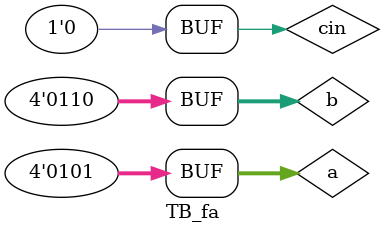
<source format=v>

module fulladderfor4(A,B,C,S,COUT,K);
input A,B,C,K;
output S,COUT;
wire w1,w2,w3,w4;
xor(w4,K,B);
xor(w1,A,w4);
xor(S,w1,C);
and(w2,A,w4);
and(w3,w1,C);
or(COUT,w2,w3);


endmodule
//////
module fulladder4bit(a1,b1,c1,s1,cout1);
input [3:0]a1,b1;
output [3:0]s1;
input c1;
output cout1;
wire w1,w2,w3;
fulladderfor4 fa1(a1[0],b1[0],c1,s1[0],w1,c1);
fulladderfor4 fa2(a1[1],b1[1],w1,s1[1],w2,c1);
fulladderfor4 fa3(a1[2],b1[2],w2,s1[2],w3,c1);
fulladderfor4 fa4(a1[3],b1[3],w3,s1[3],cout1,c1);


endmodule
module TB_fa;
reg [3:0] a,b;
reg cin;
wire [3:0] s2;
wire cout;
fulladder4bit bg(a,b,cin,s2,cout);
initial 
begin
a=4'b0000;b=4'b0000;cin=1'b0;
#100;
a=4'b0001;b=4'b0001;cin=1'b0;
#100;
a=4'b1111;b=4'b1111;cin=1'b1;
#100;
a=4'b1100;b=4'b1010;cin=1'b1;
#100;
a=4'b0101;b=4'b0110;cin=1'b0;
#100;
end
endmodule

</source>
